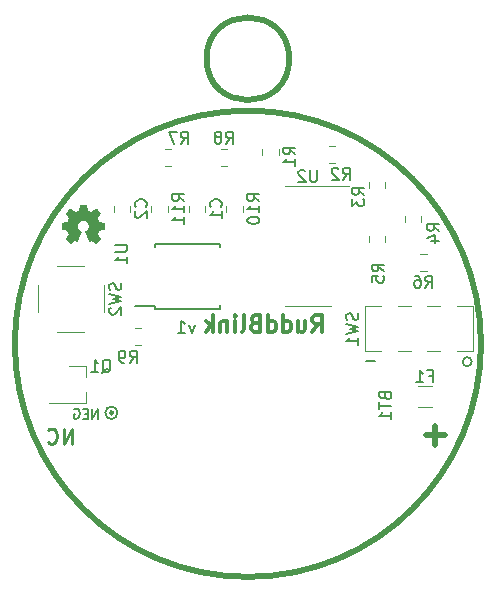
<source format=gbo>
G04 #@! TF.GenerationSoftware,KiCad,Pcbnew,(5.1.5)-3*
G04 #@! TF.CreationDate,2019-12-29T19:03:19-08:00*
G04 #@! TF.ProjectId,ruddblink,72756464-626c-4696-9e6b-2e6b69636164,A*
G04 #@! TF.SameCoordinates,Original*
G04 #@! TF.FileFunction,Legend,Bot*
G04 #@! TF.FilePolarity,Positive*
%FSLAX46Y46*%
G04 Gerber Fmt 4.6, Leading zero omitted, Abs format (unit mm)*
G04 Created by KiCad (PCBNEW (5.1.5)-3) date 2019-12-29 19:03:19*
%MOMM*%
%LPD*%
G04 APERTURE LIST*
%ADD10C,0.150000*%
%ADD11C,0.203200*%
%ADD12C,0.254000*%
%ADD13C,0.508000*%
%ADD14C,0.152400*%
%ADD15C,0.304800*%
%ADD16C,0.010000*%
%ADD17C,0.120000*%
G04 APERTURE END LIST*
D10*
X161183609Y-115824000D02*
G75*
G03X161183609Y-115824000I-381000J0D01*
G01*
D11*
X153041047Y-115769571D02*
X152266952Y-115769571D01*
D12*
X130810000Y-120142000D02*
G75*
G03X130810000Y-120142000I-127000J0D01*
G01*
D10*
X131206634Y-120142000D02*
G75*
G03X131206634Y-120142000I-523634J0D01*
G01*
D13*
X161975800Y-114300000D02*
G75*
G03X161975800Y-114300000I-19735800J0D01*
G01*
X145740000Y-90170000D02*
G75*
G03X145740000Y-90170000I-3500000J0D01*
G01*
D12*
X127362857Y-122748523D02*
X127362857Y-121478523D01*
X126637142Y-122748523D01*
X126637142Y-121478523D01*
X125306666Y-122627571D02*
X125367142Y-122688047D01*
X125548571Y-122748523D01*
X125669523Y-122748523D01*
X125850952Y-122688047D01*
X125971904Y-122567095D01*
X126032380Y-122446142D01*
X126092857Y-122204238D01*
X126092857Y-122022809D01*
X126032380Y-121780904D01*
X125971904Y-121659952D01*
X125850952Y-121539000D01*
X125669523Y-121478523D01*
X125548571Y-121478523D01*
X125367142Y-121539000D01*
X125306666Y-121599476D01*
D14*
X137723154Y-112672585D02*
X137481249Y-113349919D01*
X137239344Y-112672585D01*
X136320106Y-113349919D02*
X136900678Y-113349919D01*
X136610392Y-113349919D02*
X136610392Y-112333919D01*
X136707154Y-112479061D01*
X136803916Y-112575823D01*
X136900678Y-112624204D01*
D15*
X147694952Y-113280976D02*
X148160619Y-112615738D01*
X148493238Y-113280976D02*
X148493238Y-111883976D01*
X147961047Y-111883976D01*
X147828000Y-111950500D01*
X147761476Y-112017023D01*
X147694952Y-112150071D01*
X147694952Y-112349642D01*
X147761476Y-112482690D01*
X147828000Y-112549214D01*
X147961047Y-112615738D01*
X148493238Y-112615738D01*
X146497523Y-112349642D02*
X146497523Y-113280976D01*
X147096238Y-112349642D02*
X147096238Y-113081404D01*
X147029714Y-113214452D01*
X146896666Y-113280976D01*
X146697095Y-113280976D01*
X146564047Y-113214452D01*
X146497523Y-113147928D01*
X145233571Y-113280976D02*
X145233571Y-111883976D01*
X145233571Y-113214452D02*
X145366619Y-113280976D01*
X145632714Y-113280976D01*
X145765761Y-113214452D01*
X145832285Y-113147928D01*
X145898809Y-113014880D01*
X145898809Y-112615738D01*
X145832285Y-112482690D01*
X145765761Y-112416166D01*
X145632714Y-112349642D01*
X145366619Y-112349642D01*
X145233571Y-112416166D01*
X143969619Y-113280976D02*
X143969619Y-111883976D01*
X143969619Y-113214452D02*
X144102666Y-113280976D01*
X144368761Y-113280976D01*
X144501809Y-113214452D01*
X144568333Y-113147928D01*
X144634857Y-113014880D01*
X144634857Y-112615738D01*
X144568333Y-112482690D01*
X144501809Y-112416166D01*
X144368761Y-112349642D01*
X144102666Y-112349642D01*
X143969619Y-112416166D01*
X142838714Y-112549214D02*
X142639142Y-112615738D01*
X142572619Y-112682261D01*
X142506095Y-112815309D01*
X142506095Y-113014880D01*
X142572619Y-113147928D01*
X142639142Y-113214452D01*
X142772190Y-113280976D01*
X143304380Y-113280976D01*
X143304380Y-111883976D01*
X142838714Y-111883976D01*
X142705666Y-111950500D01*
X142639142Y-112017023D01*
X142572619Y-112150071D01*
X142572619Y-112283119D01*
X142639142Y-112416166D01*
X142705666Y-112482690D01*
X142838714Y-112549214D01*
X143304380Y-112549214D01*
X141707809Y-113280976D02*
X141840857Y-113214452D01*
X141907380Y-113081404D01*
X141907380Y-111883976D01*
X141175619Y-113280976D02*
X141175619Y-112349642D01*
X141175619Y-111883976D02*
X141242142Y-111950500D01*
X141175619Y-112017023D01*
X141109095Y-111950500D01*
X141175619Y-111883976D01*
X141175619Y-112017023D01*
X140510380Y-112349642D02*
X140510380Y-113280976D01*
X140510380Y-112482690D02*
X140443857Y-112416166D01*
X140310809Y-112349642D01*
X140111238Y-112349642D01*
X139978190Y-112416166D01*
X139911666Y-112549214D01*
X139911666Y-113280976D01*
X139246428Y-113280976D02*
X139246428Y-111883976D01*
X139113380Y-112748785D02*
X138714238Y-113280976D01*
X138714238Y-112349642D02*
X139246428Y-112881833D01*
D14*
X129530323Y-120636695D02*
X129530323Y-119823895D01*
X129065866Y-120636695D01*
X129065866Y-119823895D01*
X128678819Y-120210942D02*
X128407885Y-120210942D01*
X128291771Y-120636695D02*
X128678819Y-120636695D01*
X128678819Y-119823895D01*
X128291771Y-119823895D01*
X127517676Y-119862600D02*
X127595085Y-119823895D01*
X127711200Y-119823895D01*
X127827314Y-119862600D01*
X127904723Y-119940009D01*
X127943428Y-120017419D01*
X127982133Y-120172238D01*
X127982133Y-120288352D01*
X127943428Y-120443171D01*
X127904723Y-120520580D01*
X127827314Y-120597990D01*
X127711200Y-120636695D01*
X127633790Y-120636695D01*
X127517676Y-120597990D01*
X127478971Y-120559285D01*
X127478971Y-120288352D01*
X127633790Y-120288352D01*
D13*
X158889095Y-122065142D02*
X157340904Y-122065142D01*
X158115000Y-122839238D02*
X158115000Y-121291047D01*
D16*
G36*
X128022346Y-102535037D02*
G01*
X128019815Y-102544444D01*
X128015325Y-102564830D01*
X128009178Y-102594679D01*
X128001676Y-102632473D01*
X127993121Y-102676694D01*
X127983814Y-102725825D01*
X127974933Y-102773590D01*
X127965231Y-102825666D01*
X127956020Y-102874031D01*
X127947597Y-102917204D01*
X127940261Y-102953700D01*
X127934308Y-102982036D01*
X127930037Y-103000729D01*
X127927843Y-103008147D01*
X127920734Y-103013002D01*
X127903647Y-103021689D01*
X127878437Y-103033432D01*
X127846964Y-103047458D01*
X127811082Y-103062991D01*
X127772649Y-103079258D01*
X127733523Y-103095484D01*
X127695559Y-103110895D01*
X127660616Y-103124717D01*
X127630549Y-103136174D01*
X127607216Y-103144493D01*
X127592473Y-103148900D01*
X127589133Y-103149400D01*
X127581223Y-103145898D01*
X127564143Y-103135930D01*
X127539135Y-103120298D01*
X127507440Y-103099807D01*
X127470302Y-103075259D01*
X127428962Y-103047459D01*
X127384663Y-103017209D01*
X127382977Y-103016050D01*
X127338537Y-102985710D01*
X127296950Y-102957792D01*
X127259470Y-102933102D01*
X127227348Y-102912443D01*
X127201835Y-102896620D01*
X127184184Y-102886439D01*
X127175647Y-102882704D01*
X127175534Y-102882700D01*
X127167306Y-102887127D01*
X127151640Y-102899578D01*
X127129778Y-102918808D01*
X127102963Y-102943571D01*
X127072436Y-102972623D01*
X127039441Y-103004716D01*
X127005221Y-103038607D01*
X126971017Y-103073050D01*
X126938073Y-103106799D01*
X126907631Y-103138609D01*
X126880934Y-103167234D01*
X126859224Y-103191430D01*
X126843744Y-103209950D01*
X126835737Y-103221550D01*
X126834900Y-103224097D01*
X126838433Y-103232726D01*
X126848553Y-103250619D01*
X126864542Y-103276652D01*
X126885685Y-103309700D01*
X126911264Y-103348638D01*
X126940563Y-103392340D01*
X126965076Y-103428340D01*
X126995000Y-103472376D01*
X127022500Y-103513554D01*
X127046764Y-103550605D01*
X127066983Y-103582260D01*
X127082343Y-103607248D01*
X127092034Y-103624302D01*
X127095250Y-103632025D01*
X127092816Y-103641266D01*
X127085943Y-103660515D01*
X127075276Y-103688145D01*
X127061459Y-103722527D01*
X127045138Y-103762032D01*
X127026958Y-103805030D01*
X127024447Y-103810895D01*
X127001484Y-103863898D01*
X126982714Y-103905923D01*
X126967716Y-103937825D01*
X126956069Y-103960460D01*
X126947352Y-103974681D01*
X126941144Y-103981345D01*
X126940309Y-103981787D01*
X126931117Y-103984255D01*
X126910948Y-103988701D01*
X126881323Y-103994820D01*
X126843758Y-104002311D01*
X126799772Y-104010868D01*
X126750884Y-104020190D01*
X126705151Y-104028759D01*
X126648445Y-104039494D01*
X126597991Y-104049434D01*
X126554910Y-104058338D01*
X126520326Y-104065960D01*
X126495359Y-104072059D01*
X126481131Y-104076390D01*
X126478236Y-104078005D01*
X126477078Y-104085988D01*
X126476008Y-104105211D01*
X126475055Y-104134216D01*
X126474252Y-104171544D01*
X126473629Y-104215735D01*
X126473218Y-104265329D01*
X126473049Y-104318869D01*
X126473048Y-104321784D01*
X126473118Y-104386150D01*
X126473408Y-104438809D01*
X126473952Y-104480756D01*
X126474780Y-104512982D01*
X126475926Y-104536481D01*
X126477421Y-104552245D01*
X126479299Y-104561267D01*
X126480959Y-104564191D01*
X126488880Y-104566861D01*
X126507825Y-104571481D01*
X126536320Y-104577745D01*
X126572888Y-104585345D01*
X126616058Y-104593975D01*
X126664354Y-104603326D01*
X126710305Y-104611979D01*
X126766069Y-104622541D01*
X126816190Y-104632422D01*
X126859448Y-104641359D01*
X126894620Y-104649086D01*
X126920487Y-104655338D01*
X126935826Y-104659850D01*
X126939527Y-104661673D01*
X126944409Y-104670333D01*
X126952991Y-104689027D01*
X126964542Y-104715896D01*
X126978329Y-104749083D01*
X126993622Y-104786729D01*
X127009688Y-104826978D01*
X127025796Y-104867971D01*
X127041214Y-104907850D01*
X127055210Y-104944758D01*
X127067053Y-104976836D01*
X127076012Y-105002227D01*
X127081354Y-105019073D01*
X127082550Y-105024843D01*
X127078956Y-105034107D01*
X127068575Y-105052748D01*
X127052009Y-105079813D01*
X127029860Y-105114351D01*
X127002730Y-105155410D01*
X126971220Y-105202036D01*
X126962115Y-105215347D01*
X126933090Y-105257761D01*
X126906154Y-105297286D01*
X126882206Y-105332590D01*
X126862148Y-105362337D01*
X126846880Y-105385192D01*
X126837304Y-105399823D01*
X126834511Y-105404377D01*
X126833274Y-105408427D01*
X126834145Y-105413603D01*
X126837918Y-105420804D01*
X126845388Y-105430927D01*
X126857350Y-105444868D01*
X126874600Y-105463526D01*
X126897931Y-105487796D01*
X126928139Y-105518577D01*
X126966020Y-105556765D01*
X126997652Y-105588511D01*
X127036066Y-105626798D01*
X127071903Y-105662091D01*
X127104131Y-105693404D01*
X127131717Y-105719753D01*
X127153629Y-105740152D01*
X127168834Y-105753616D01*
X127176298Y-105759161D01*
X127176667Y-105759250D01*
X127183784Y-105755763D01*
X127200063Y-105745855D01*
X127224237Y-105730358D01*
X127255041Y-105710102D01*
X127291209Y-105685917D01*
X127331475Y-105658634D01*
X127365366Y-105635424D01*
X127408075Y-105606255D01*
X127447791Y-105579532D01*
X127483230Y-105556089D01*
X127513110Y-105536758D01*
X127536146Y-105522373D01*
X127551055Y-105513766D01*
X127556227Y-105511600D01*
X127565432Y-105514455D01*
X127583552Y-105522320D01*
X127608339Y-105534143D01*
X127637548Y-105548872D01*
X127652553Y-105556704D01*
X127686119Y-105574176D01*
X127710345Y-105586070D01*
X127726949Y-105593055D01*
X127737648Y-105595797D01*
X127744162Y-105594963D01*
X127746588Y-105593216D01*
X127750448Y-105585983D01*
X127758600Y-105568185D01*
X127770548Y-105541019D01*
X127785793Y-105505684D01*
X127803839Y-105463377D01*
X127824189Y-105415296D01*
X127846346Y-105362638D01*
X127869813Y-105306601D01*
X127894093Y-105248383D01*
X127918688Y-105189181D01*
X127943103Y-105130193D01*
X127966839Y-105072616D01*
X127989401Y-105017649D01*
X128010290Y-104966488D01*
X128029009Y-104920332D01*
X128045063Y-104880378D01*
X128057953Y-104847823D01*
X128067184Y-104823866D01*
X128072257Y-104809704D01*
X128073098Y-104806434D01*
X128068173Y-104798957D01*
X128054817Y-104786443D01*
X128035227Y-104770809D01*
X128017588Y-104758064D01*
X127962523Y-104717329D01*
X127917463Y-104677856D01*
X127880242Y-104637278D01*
X127848697Y-104593226D01*
X127820661Y-104543333D01*
X127819965Y-104541949D01*
X127798437Y-104493207D01*
X127783863Y-104445280D01*
X127775386Y-104394206D01*
X127772146Y-104336025D01*
X127772051Y-104320975D01*
X127773336Y-104269986D01*
X127777644Y-104227328D01*
X127785891Y-104188807D01*
X127798996Y-104150230D01*
X127817875Y-104107402D01*
X127819513Y-104103977D01*
X127859248Y-104035506D01*
X127908529Y-103975234D01*
X127966735Y-103923790D01*
X128033243Y-103881805D01*
X128044575Y-103876026D01*
X128105913Y-103849501D01*
X128164882Y-103832525D01*
X128226057Y-103824011D01*
X128270000Y-103822500D01*
X128348938Y-103828578D01*
X128424434Y-103846356D01*
X128495389Y-103875145D01*
X128560699Y-103914255D01*
X128619262Y-103963000D01*
X128669978Y-104020689D01*
X128711744Y-104086635D01*
X128720488Y-104103977D01*
X128739827Y-104147282D01*
X128753324Y-104186028D01*
X128761897Y-104224411D01*
X128766462Y-104266622D01*
X128767938Y-104316857D01*
X128767950Y-104320975D01*
X128765810Y-104381388D01*
X128758634Y-104433768D01*
X128745562Y-104482076D01*
X128725736Y-104530273D01*
X128720036Y-104541949D01*
X128688420Y-104597598D01*
X128652026Y-104646588D01*
X128608664Y-104691309D01*
X128556146Y-104734149D01*
X128522046Y-104758126D01*
X128497188Y-104775823D01*
X128478720Y-104790973D01*
X128468429Y-104802030D01*
X128466903Y-104805751D01*
X128469304Y-104813690D01*
X128476155Y-104832127D01*
X128486958Y-104859862D01*
X128501215Y-104895697D01*
X128518432Y-104938435D01*
X128538109Y-104986877D01*
X128559751Y-105039824D01*
X128582861Y-105096078D01*
X128606941Y-105154442D01*
X128631495Y-105213716D01*
X128656025Y-105272703D01*
X128680035Y-105330204D01*
X128703028Y-105385020D01*
X128724507Y-105435955D01*
X128743975Y-105481809D01*
X128760934Y-105521384D01*
X128774889Y-105553482D01*
X128785342Y-105576904D01*
X128791797Y-105590453D01*
X128793509Y-105593313D01*
X128798538Y-105595995D01*
X128806641Y-105595370D01*
X128819627Y-105590737D01*
X128839305Y-105581397D01*
X128867485Y-105566649D01*
X128880578Y-105559600D01*
X128910424Y-105543846D01*
X128937577Y-105530223D01*
X128959463Y-105519974D01*
X128973509Y-105514338D01*
X128975586Y-105513776D01*
X128981655Y-105513876D01*
X128990500Y-105516675D01*
X129003171Y-105522816D01*
X129020716Y-105532941D01*
X129044181Y-105547690D01*
X129074617Y-105567707D01*
X129113070Y-105593632D01*
X129160589Y-105626108D01*
X129173245Y-105634801D01*
X129215995Y-105664015D01*
X129255654Y-105690791D01*
X129290961Y-105714300D01*
X129320650Y-105733715D01*
X129343460Y-105748208D01*
X129358126Y-105756951D01*
X129363167Y-105759250D01*
X129369503Y-105754892D01*
X129383722Y-105742476D01*
X129404789Y-105722987D01*
X129431672Y-105697409D01*
X129463335Y-105666729D01*
X129498744Y-105631931D01*
X129536867Y-105594001D01*
X129542349Y-105588511D01*
X129586095Y-105544581D01*
X129621610Y-105508690D01*
X129649691Y-105479939D01*
X129671130Y-105457431D01*
X129686725Y-105440270D01*
X129697268Y-105427558D01*
X129703556Y-105418398D01*
X129706382Y-105411893D01*
X129706543Y-105407145D01*
X129705490Y-105404377D01*
X129700268Y-105396058D01*
X129688746Y-105378612D01*
X129671825Y-105353373D01*
X129650406Y-105321677D01*
X129625389Y-105284857D01*
X129597676Y-105244248D01*
X129577886Y-105215347D01*
X129545306Y-105167391D01*
X129516944Y-105124748D01*
X129493402Y-105088370D01*
X129475281Y-105059210D01*
X129463185Y-105038219D01*
X129457714Y-105026351D01*
X129457450Y-105024843D01*
X129459766Y-105015204D01*
X129466223Y-104995696D01*
X129476090Y-104968177D01*
X129488634Y-104934506D01*
X129503125Y-104896539D01*
X129518828Y-104856135D01*
X129535013Y-104815154D01*
X129550947Y-104775451D01*
X129565897Y-104738887D01*
X129579133Y-104707318D01*
X129589921Y-104682604D01*
X129597529Y-104666602D01*
X129600601Y-104661545D01*
X129608844Y-104658161D01*
X129628481Y-104652876D01*
X129658387Y-104645935D01*
X129697439Y-104637581D01*
X129744512Y-104628060D01*
X129798483Y-104617616D01*
X129829894Y-104611716D01*
X129881492Y-104601983D01*
X129929269Y-104592706D01*
X129971750Y-104584192D01*
X130007463Y-104576747D01*
X130034932Y-104570678D01*
X130052685Y-104566291D01*
X130059113Y-104564055D01*
X130061282Y-104559329D01*
X130063048Y-104548409D01*
X130064442Y-104530320D01*
X130065495Y-104504088D01*
X130066239Y-104468740D01*
X130066706Y-104423300D01*
X130066927Y-104366795D01*
X130066953Y-104321784D01*
X130066796Y-104268071D01*
X130066392Y-104218221D01*
X130065772Y-104173694D01*
X130064967Y-104135949D01*
X130064010Y-104106448D01*
X130062931Y-104086650D01*
X130061762Y-104078014D01*
X130061698Y-104077897D01*
X130054177Y-104074627D01*
X130035144Y-104069465D01*
X130005611Y-104062630D01*
X129966590Y-104054339D01*
X129919091Y-104044813D01*
X129864126Y-104034270D01*
X129834783Y-104028801D01*
X129782845Y-104019111D01*
X129734479Y-104009908D01*
X129691204Y-104001493D01*
X129654539Y-103994170D01*
X129626002Y-103988241D01*
X129607113Y-103984010D01*
X129599692Y-103981937D01*
X129593801Y-103976301D01*
X129585388Y-103963057D01*
X129574045Y-103941376D01*
X129559365Y-103910433D01*
X129540941Y-103869400D01*
X129518367Y-103817450D01*
X129515554Y-103810895D01*
X129497174Y-103767545D01*
X129480568Y-103727463D01*
X129466382Y-103692280D01*
X129455262Y-103663626D01*
X129447851Y-103643134D01*
X129444794Y-103632433D01*
X129444750Y-103631840D01*
X129448252Y-103623513D01*
X129458223Y-103606027D01*
X129473862Y-103580633D01*
X129494368Y-103548585D01*
X129518941Y-103511136D01*
X129546779Y-103469539D01*
X129574925Y-103428188D01*
X129607156Y-103380815D01*
X129635969Y-103337691D01*
X129660677Y-103299889D01*
X129680597Y-103268485D01*
X129695043Y-103244551D01*
X129703330Y-103229162D01*
X129705101Y-103224039D01*
X129700681Y-103215782D01*
X129688253Y-103200072D01*
X129669058Y-103178155D01*
X129644340Y-103151277D01*
X129615342Y-103120682D01*
X129583307Y-103087615D01*
X129549479Y-103053322D01*
X129515099Y-103019048D01*
X129481412Y-102986038D01*
X129449660Y-102955537D01*
X129421087Y-102928791D01*
X129396936Y-102907044D01*
X129378450Y-102891543D01*
X129366871Y-102883531D01*
X129364335Y-102882700D01*
X129356136Y-102886200D01*
X129338774Y-102896165D01*
X129313500Y-102911792D01*
X129281565Y-102932278D01*
X129244222Y-102956819D01*
X129202721Y-102984613D01*
X129158314Y-103014855D01*
X129156575Y-103016050D01*
X129105871Y-103050608D01*
X129060655Y-103080877D01*
X129021795Y-103106301D01*
X128990159Y-103126326D01*
X128966616Y-103140399D01*
X128952034Y-103147964D01*
X128948021Y-103149152D01*
X128937295Y-103146654D01*
X128917225Y-103139870D01*
X128889678Y-103129585D01*
X128856521Y-103116584D01*
X128819618Y-103101652D01*
X128780837Y-103085574D01*
X128742042Y-103069135D01*
X128705101Y-103053121D01*
X128671878Y-103038317D01*
X128644241Y-103025507D01*
X128624055Y-103015476D01*
X128613185Y-103009011D01*
X128611934Y-103007747D01*
X128609464Y-102999250D01*
X128605044Y-102979740D01*
X128598972Y-102950703D01*
X128591547Y-102913624D01*
X128583065Y-102869990D01*
X128573826Y-102821287D01*
X128564918Y-102773305D01*
X128555221Y-102721053D01*
X128545998Y-102672327D01*
X128537550Y-102628648D01*
X128530179Y-102591535D01*
X128524186Y-102562505D01*
X128519872Y-102543078D01*
X128517664Y-102535037D01*
X128511573Y-102520750D01*
X128028428Y-102520750D01*
X128022346Y-102535037D01*
G37*
X128022346Y-102535037D02*
X128019815Y-102544444D01*
X128015325Y-102564830D01*
X128009178Y-102594679D01*
X128001676Y-102632473D01*
X127993121Y-102676694D01*
X127983814Y-102725825D01*
X127974933Y-102773590D01*
X127965231Y-102825666D01*
X127956020Y-102874031D01*
X127947597Y-102917204D01*
X127940261Y-102953700D01*
X127934308Y-102982036D01*
X127930037Y-103000729D01*
X127927843Y-103008147D01*
X127920734Y-103013002D01*
X127903647Y-103021689D01*
X127878437Y-103033432D01*
X127846964Y-103047458D01*
X127811082Y-103062991D01*
X127772649Y-103079258D01*
X127733523Y-103095484D01*
X127695559Y-103110895D01*
X127660616Y-103124717D01*
X127630549Y-103136174D01*
X127607216Y-103144493D01*
X127592473Y-103148900D01*
X127589133Y-103149400D01*
X127581223Y-103145898D01*
X127564143Y-103135930D01*
X127539135Y-103120298D01*
X127507440Y-103099807D01*
X127470302Y-103075259D01*
X127428962Y-103047459D01*
X127384663Y-103017209D01*
X127382977Y-103016050D01*
X127338537Y-102985710D01*
X127296950Y-102957792D01*
X127259470Y-102933102D01*
X127227348Y-102912443D01*
X127201835Y-102896620D01*
X127184184Y-102886439D01*
X127175647Y-102882704D01*
X127175534Y-102882700D01*
X127167306Y-102887127D01*
X127151640Y-102899578D01*
X127129778Y-102918808D01*
X127102963Y-102943571D01*
X127072436Y-102972623D01*
X127039441Y-103004716D01*
X127005221Y-103038607D01*
X126971017Y-103073050D01*
X126938073Y-103106799D01*
X126907631Y-103138609D01*
X126880934Y-103167234D01*
X126859224Y-103191430D01*
X126843744Y-103209950D01*
X126835737Y-103221550D01*
X126834900Y-103224097D01*
X126838433Y-103232726D01*
X126848553Y-103250619D01*
X126864542Y-103276652D01*
X126885685Y-103309700D01*
X126911264Y-103348638D01*
X126940563Y-103392340D01*
X126965076Y-103428340D01*
X126995000Y-103472376D01*
X127022500Y-103513554D01*
X127046764Y-103550605D01*
X127066983Y-103582260D01*
X127082343Y-103607248D01*
X127092034Y-103624302D01*
X127095250Y-103632025D01*
X127092816Y-103641266D01*
X127085943Y-103660515D01*
X127075276Y-103688145D01*
X127061459Y-103722527D01*
X127045138Y-103762032D01*
X127026958Y-103805030D01*
X127024447Y-103810895D01*
X127001484Y-103863898D01*
X126982714Y-103905923D01*
X126967716Y-103937825D01*
X126956069Y-103960460D01*
X126947352Y-103974681D01*
X126941144Y-103981345D01*
X126940309Y-103981787D01*
X126931117Y-103984255D01*
X126910948Y-103988701D01*
X126881323Y-103994820D01*
X126843758Y-104002311D01*
X126799772Y-104010868D01*
X126750884Y-104020190D01*
X126705151Y-104028759D01*
X126648445Y-104039494D01*
X126597991Y-104049434D01*
X126554910Y-104058338D01*
X126520326Y-104065960D01*
X126495359Y-104072059D01*
X126481131Y-104076390D01*
X126478236Y-104078005D01*
X126477078Y-104085988D01*
X126476008Y-104105211D01*
X126475055Y-104134216D01*
X126474252Y-104171544D01*
X126473629Y-104215735D01*
X126473218Y-104265329D01*
X126473049Y-104318869D01*
X126473048Y-104321784D01*
X126473118Y-104386150D01*
X126473408Y-104438809D01*
X126473952Y-104480756D01*
X126474780Y-104512982D01*
X126475926Y-104536481D01*
X126477421Y-104552245D01*
X126479299Y-104561267D01*
X126480959Y-104564191D01*
X126488880Y-104566861D01*
X126507825Y-104571481D01*
X126536320Y-104577745D01*
X126572888Y-104585345D01*
X126616058Y-104593975D01*
X126664354Y-104603326D01*
X126710305Y-104611979D01*
X126766069Y-104622541D01*
X126816190Y-104632422D01*
X126859448Y-104641359D01*
X126894620Y-104649086D01*
X126920487Y-104655338D01*
X126935826Y-104659850D01*
X126939527Y-104661673D01*
X126944409Y-104670333D01*
X126952991Y-104689027D01*
X126964542Y-104715896D01*
X126978329Y-104749083D01*
X126993622Y-104786729D01*
X127009688Y-104826978D01*
X127025796Y-104867971D01*
X127041214Y-104907850D01*
X127055210Y-104944758D01*
X127067053Y-104976836D01*
X127076012Y-105002227D01*
X127081354Y-105019073D01*
X127082550Y-105024843D01*
X127078956Y-105034107D01*
X127068575Y-105052748D01*
X127052009Y-105079813D01*
X127029860Y-105114351D01*
X127002730Y-105155410D01*
X126971220Y-105202036D01*
X126962115Y-105215347D01*
X126933090Y-105257761D01*
X126906154Y-105297286D01*
X126882206Y-105332590D01*
X126862148Y-105362337D01*
X126846880Y-105385192D01*
X126837304Y-105399823D01*
X126834511Y-105404377D01*
X126833274Y-105408427D01*
X126834145Y-105413603D01*
X126837918Y-105420804D01*
X126845388Y-105430927D01*
X126857350Y-105444868D01*
X126874600Y-105463526D01*
X126897931Y-105487796D01*
X126928139Y-105518577D01*
X126966020Y-105556765D01*
X126997652Y-105588511D01*
X127036066Y-105626798D01*
X127071903Y-105662091D01*
X127104131Y-105693404D01*
X127131717Y-105719753D01*
X127153629Y-105740152D01*
X127168834Y-105753616D01*
X127176298Y-105759161D01*
X127176667Y-105759250D01*
X127183784Y-105755763D01*
X127200063Y-105745855D01*
X127224237Y-105730358D01*
X127255041Y-105710102D01*
X127291209Y-105685917D01*
X127331475Y-105658634D01*
X127365366Y-105635424D01*
X127408075Y-105606255D01*
X127447791Y-105579532D01*
X127483230Y-105556089D01*
X127513110Y-105536758D01*
X127536146Y-105522373D01*
X127551055Y-105513766D01*
X127556227Y-105511600D01*
X127565432Y-105514455D01*
X127583552Y-105522320D01*
X127608339Y-105534143D01*
X127637548Y-105548872D01*
X127652553Y-105556704D01*
X127686119Y-105574176D01*
X127710345Y-105586070D01*
X127726949Y-105593055D01*
X127737648Y-105595797D01*
X127744162Y-105594963D01*
X127746588Y-105593216D01*
X127750448Y-105585983D01*
X127758600Y-105568185D01*
X127770548Y-105541019D01*
X127785793Y-105505684D01*
X127803839Y-105463377D01*
X127824189Y-105415296D01*
X127846346Y-105362638D01*
X127869813Y-105306601D01*
X127894093Y-105248383D01*
X127918688Y-105189181D01*
X127943103Y-105130193D01*
X127966839Y-105072616D01*
X127989401Y-105017649D01*
X128010290Y-104966488D01*
X128029009Y-104920332D01*
X128045063Y-104880378D01*
X128057953Y-104847823D01*
X128067184Y-104823866D01*
X128072257Y-104809704D01*
X128073098Y-104806434D01*
X128068173Y-104798957D01*
X128054817Y-104786443D01*
X128035227Y-104770809D01*
X128017588Y-104758064D01*
X127962523Y-104717329D01*
X127917463Y-104677856D01*
X127880242Y-104637278D01*
X127848697Y-104593226D01*
X127820661Y-104543333D01*
X127819965Y-104541949D01*
X127798437Y-104493207D01*
X127783863Y-104445280D01*
X127775386Y-104394206D01*
X127772146Y-104336025D01*
X127772051Y-104320975D01*
X127773336Y-104269986D01*
X127777644Y-104227328D01*
X127785891Y-104188807D01*
X127798996Y-104150230D01*
X127817875Y-104107402D01*
X127819513Y-104103977D01*
X127859248Y-104035506D01*
X127908529Y-103975234D01*
X127966735Y-103923790D01*
X128033243Y-103881805D01*
X128044575Y-103876026D01*
X128105913Y-103849501D01*
X128164882Y-103832525D01*
X128226057Y-103824011D01*
X128270000Y-103822500D01*
X128348938Y-103828578D01*
X128424434Y-103846356D01*
X128495389Y-103875145D01*
X128560699Y-103914255D01*
X128619262Y-103963000D01*
X128669978Y-104020689D01*
X128711744Y-104086635D01*
X128720488Y-104103977D01*
X128739827Y-104147282D01*
X128753324Y-104186028D01*
X128761897Y-104224411D01*
X128766462Y-104266622D01*
X128767938Y-104316857D01*
X128767950Y-104320975D01*
X128765810Y-104381388D01*
X128758634Y-104433768D01*
X128745562Y-104482076D01*
X128725736Y-104530273D01*
X128720036Y-104541949D01*
X128688420Y-104597598D01*
X128652026Y-104646588D01*
X128608664Y-104691309D01*
X128556146Y-104734149D01*
X128522046Y-104758126D01*
X128497188Y-104775823D01*
X128478720Y-104790973D01*
X128468429Y-104802030D01*
X128466903Y-104805751D01*
X128469304Y-104813690D01*
X128476155Y-104832127D01*
X128486958Y-104859862D01*
X128501215Y-104895697D01*
X128518432Y-104938435D01*
X128538109Y-104986877D01*
X128559751Y-105039824D01*
X128582861Y-105096078D01*
X128606941Y-105154442D01*
X128631495Y-105213716D01*
X128656025Y-105272703D01*
X128680035Y-105330204D01*
X128703028Y-105385020D01*
X128724507Y-105435955D01*
X128743975Y-105481809D01*
X128760934Y-105521384D01*
X128774889Y-105553482D01*
X128785342Y-105576904D01*
X128791797Y-105590453D01*
X128793509Y-105593313D01*
X128798538Y-105595995D01*
X128806641Y-105595370D01*
X128819627Y-105590737D01*
X128839305Y-105581397D01*
X128867485Y-105566649D01*
X128880578Y-105559600D01*
X128910424Y-105543846D01*
X128937577Y-105530223D01*
X128959463Y-105519974D01*
X128973509Y-105514338D01*
X128975586Y-105513776D01*
X128981655Y-105513876D01*
X128990500Y-105516675D01*
X129003171Y-105522816D01*
X129020716Y-105532941D01*
X129044181Y-105547690D01*
X129074617Y-105567707D01*
X129113070Y-105593632D01*
X129160589Y-105626108D01*
X129173245Y-105634801D01*
X129215995Y-105664015D01*
X129255654Y-105690791D01*
X129290961Y-105714300D01*
X129320650Y-105733715D01*
X129343460Y-105748208D01*
X129358126Y-105756951D01*
X129363167Y-105759250D01*
X129369503Y-105754892D01*
X129383722Y-105742476D01*
X129404789Y-105722987D01*
X129431672Y-105697409D01*
X129463335Y-105666729D01*
X129498744Y-105631931D01*
X129536867Y-105594001D01*
X129542349Y-105588511D01*
X129586095Y-105544581D01*
X129621610Y-105508690D01*
X129649691Y-105479939D01*
X129671130Y-105457431D01*
X129686725Y-105440270D01*
X129697268Y-105427558D01*
X129703556Y-105418398D01*
X129706382Y-105411893D01*
X129706543Y-105407145D01*
X129705490Y-105404377D01*
X129700268Y-105396058D01*
X129688746Y-105378612D01*
X129671825Y-105353373D01*
X129650406Y-105321677D01*
X129625389Y-105284857D01*
X129597676Y-105244248D01*
X129577886Y-105215347D01*
X129545306Y-105167391D01*
X129516944Y-105124748D01*
X129493402Y-105088370D01*
X129475281Y-105059210D01*
X129463185Y-105038219D01*
X129457714Y-105026351D01*
X129457450Y-105024843D01*
X129459766Y-105015204D01*
X129466223Y-104995696D01*
X129476090Y-104968177D01*
X129488634Y-104934506D01*
X129503125Y-104896539D01*
X129518828Y-104856135D01*
X129535013Y-104815154D01*
X129550947Y-104775451D01*
X129565897Y-104738887D01*
X129579133Y-104707318D01*
X129589921Y-104682604D01*
X129597529Y-104666602D01*
X129600601Y-104661545D01*
X129608844Y-104658161D01*
X129628481Y-104652876D01*
X129658387Y-104645935D01*
X129697439Y-104637581D01*
X129744512Y-104628060D01*
X129798483Y-104617616D01*
X129829894Y-104611716D01*
X129881492Y-104601983D01*
X129929269Y-104592706D01*
X129971750Y-104584192D01*
X130007463Y-104576747D01*
X130034932Y-104570678D01*
X130052685Y-104566291D01*
X130059113Y-104564055D01*
X130061282Y-104559329D01*
X130063048Y-104548409D01*
X130064442Y-104530320D01*
X130065495Y-104504088D01*
X130066239Y-104468740D01*
X130066706Y-104423300D01*
X130066927Y-104366795D01*
X130066953Y-104321784D01*
X130066796Y-104268071D01*
X130066392Y-104218221D01*
X130065772Y-104173694D01*
X130064967Y-104135949D01*
X130064010Y-104106448D01*
X130062931Y-104086650D01*
X130061762Y-104078014D01*
X130061698Y-104077897D01*
X130054177Y-104074627D01*
X130035144Y-104069465D01*
X130005611Y-104062630D01*
X129966590Y-104054339D01*
X129919091Y-104044813D01*
X129864126Y-104034270D01*
X129834783Y-104028801D01*
X129782845Y-104019111D01*
X129734479Y-104009908D01*
X129691204Y-104001493D01*
X129654539Y-103994170D01*
X129626002Y-103988241D01*
X129607113Y-103984010D01*
X129599692Y-103981937D01*
X129593801Y-103976301D01*
X129585388Y-103963057D01*
X129574045Y-103941376D01*
X129559365Y-103910433D01*
X129540941Y-103869400D01*
X129518367Y-103817450D01*
X129515554Y-103810895D01*
X129497174Y-103767545D01*
X129480568Y-103727463D01*
X129466382Y-103692280D01*
X129455262Y-103663626D01*
X129447851Y-103643134D01*
X129444794Y-103632433D01*
X129444750Y-103631840D01*
X129448252Y-103623513D01*
X129458223Y-103606027D01*
X129473862Y-103580633D01*
X129494368Y-103548585D01*
X129518941Y-103511136D01*
X129546779Y-103469539D01*
X129574925Y-103428188D01*
X129607156Y-103380815D01*
X129635969Y-103337691D01*
X129660677Y-103299889D01*
X129680597Y-103268485D01*
X129695043Y-103244551D01*
X129703330Y-103229162D01*
X129705101Y-103224039D01*
X129700681Y-103215782D01*
X129688253Y-103200072D01*
X129669058Y-103178155D01*
X129644340Y-103151277D01*
X129615342Y-103120682D01*
X129583307Y-103087615D01*
X129549479Y-103053322D01*
X129515099Y-103019048D01*
X129481412Y-102986038D01*
X129449660Y-102955537D01*
X129421087Y-102928791D01*
X129396936Y-102907044D01*
X129378450Y-102891543D01*
X129366871Y-102883531D01*
X129364335Y-102882700D01*
X129356136Y-102886200D01*
X129338774Y-102896165D01*
X129313500Y-102911792D01*
X129281565Y-102932278D01*
X129244222Y-102956819D01*
X129202721Y-102984613D01*
X129158314Y-103014855D01*
X129156575Y-103016050D01*
X129105871Y-103050608D01*
X129060655Y-103080877D01*
X129021795Y-103106301D01*
X128990159Y-103126326D01*
X128966616Y-103140399D01*
X128952034Y-103147964D01*
X128948021Y-103149152D01*
X128937295Y-103146654D01*
X128917225Y-103139870D01*
X128889678Y-103129585D01*
X128856521Y-103116584D01*
X128819618Y-103101652D01*
X128780837Y-103085574D01*
X128742042Y-103069135D01*
X128705101Y-103053121D01*
X128671878Y-103038317D01*
X128644241Y-103025507D01*
X128624055Y-103015476D01*
X128613185Y-103009011D01*
X128611934Y-103007747D01*
X128609464Y-102999250D01*
X128605044Y-102979740D01*
X128598972Y-102950703D01*
X128591547Y-102913624D01*
X128583065Y-102869990D01*
X128573826Y-102821287D01*
X128564918Y-102773305D01*
X128555221Y-102721053D01*
X128545998Y-102672327D01*
X128537550Y-102628648D01*
X128530179Y-102591535D01*
X128524186Y-102562505D01*
X128519872Y-102543078D01*
X128517664Y-102535037D01*
X128511573Y-102520750D01*
X128028428Y-102520750D01*
X128022346Y-102535037D01*
D17*
X159918000Y-114930000D02*
X161318000Y-114930000D01*
X161318000Y-114930000D02*
X161318000Y-111130000D01*
X152118000Y-111130000D02*
X152118000Y-114930000D01*
X152118000Y-114930000D02*
X153518000Y-114930000D01*
X158518000Y-114930000D02*
X157418000Y-114930000D01*
X157418000Y-114930000D02*
X157418000Y-114930000D01*
X156018000Y-114930000D02*
X154918000Y-114930000D01*
X154918000Y-114930000D02*
X154918000Y-114930000D01*
X152118000Y-111130000D02*
X153518000Y-111130000D01*
X156018000Y-111130000D02*
X154918000Y-111130000D01*
X158518000Y-111130000D02*
X157418000Y-111130000D01*
X159918000Y-111130000D02*
X161318000Y-111130000D01*
X124460000Y-111633000D02*
X124460000Y-109347000D01*
X128397000Y-113284000D02*
X126111000Y-113284000D01*
X130048000Y-111633000D02*
X130048000Y-109347000D01*
X128397000Y-107696000D02*
X126111000Y-107696000D01*
D10*
X134410000Y-111340000D02*
X134410000Y-111135000D01*
X139910000Y-111340000D02*
X139910000Y-111040000D01*
X139910000Y-105830000D02*
X139910000Y-106130000D01*
X134410000Y-105830000D02*
X134410000Y-106130000D01*
X134410000Y-111340000D02*
X139910000Y-111340000D01*
X134410000Y-105830000D02*
X139910000Y-105830000D01*
X134410000Y-111135000D02*
X132660000Y-111135000D01*
D17*
X140387000Y-103131252D02*
X140387000Y-102608748D01*
X141807000Y-103131252D02*
X141807000Y-102608748D01*
X128522000Y-116149000D02*
X127062000Y-116149000D01*
X128522000Y-119309000D02*
X125362000Y-119309000D01*
X128522000Y-119309000D02*
X128522000Y-118379000D01*
X128522000Y-116149000D02*
X128522000Y-117079000D01*
X156660436Y-117835000D02*
X157864564Y-117835000D01*
X156660436Y-119655000D02*
X157864564Y-119655000D01*
X134037000Y-103131252D02*
X134037000Y-102608748D01*
X135457000Y-103131252D02*
X135457000Y-102608748D01*
X140469252Y-99262000D02*
X139946748Y-99262000D01*
X140469252Y-97842000D02*
X139946748Y-97842000D01*
X135770252Y-97842000D02*
X135247748Y-97842000D01*
X135770252Y-99262000D02*
X135247748Y-99262000D01*
X156846748Y-106732000D02*
X157369252Y-106732000D01*
X156846748Y-108152000D02*
X157369252Y-108152000D01*
X152452000Y-105680252D02*
X152452000Y-105157748D01*
X153872000Y-105680252D02*
X153872000Y-105157748D01*
X156920000Y-104011252D02*
X156920000Y-103488748D01*
X155500000Y-104011252D02*
X155500000Y-103488748D01*
X152452000Y-101090252D02*
X152452000Y-100567748D01*
X153872000Y-101090252D02*
X153872000Y-100567748D01*
X149081748Y-97588000D02*
X149604252Y-97588000D01*
X149081748Y-99008000D02*
X149604252Y-99008000D01*
X143435000Y-98305252D02*
X143435000Y-97782748D01*
X144855000Y-98305252D02*
X144855000Y-97782748D01*
X147320000Y-111105000D02*
X145370000Y-111105000D01*
X147320000Y-111105000D02*
X149270000Y-111105000D01*
X147320000Y-100985000D02*
X145370000Y-100985000D01*
X147320000Y-100985000D02*
X150770000Y-100985000D01*
X133221252Y-114375000D02*
X132698748Y-114375000D01*
X133221252Y-112955000D02*
X132698748Y-112955000D01*
X130862000Y-103131252D02*
X130862000Y-102608748D01*
X132282000Y-103131252D02*
X132282000Y-102608748D01*
X137212000Y-103131252D02*
X137212000Y-102608748D01*
X138632000Y-103131252D02*
X138632000Y-102608748D01*
D10*
X153852571Y-118721285D02*
X153900190Y-118864142D01*
X153947809Y-118911761D01*
X154043047Y-118959380D01*
X154185904Y-118959380D01*
X154281142Y-118911761D01*
X154328761Y-118864142D01*
X154376380Y-118768904D01*
X154376380Y-118387952D01*
X153376380Y-118387952D01*
X153376380Y-118721285D01*
X153424000Y-118816523D01*
X153471619Y-118864142D01*
X153566857Y-118911761D01*
X153662095Y-118911761D01*
X153757333Y-118864142D01*
X153804952Y-118816523D01*
X153852571Y-118721285D01*
X153852571Y-118387952D01*
X153376380Y-119245095D02*
X153376380Y-119816523D01*
X154376380Y-119530809D02*
X153376380Y-119530809D01*
X154376380Y-120673666D02*
X154376380Y-120102238D01*
X154376380Y-120387952D02*
X153376380Y-120387952D01*
X153519238Y-120292714D01*
X153614476Y-120197476D01*
X153662095Y-120102238D01*
X151534761Y-111696666D02*
X151582380Y-111839523D01*
X151582380Y-112077619D01*
X151534761Y-112172857D01*
X151487142Y-112220476D01*
X151391904Y-112268095D01*
X151296666Y-112268095D01*
X151201428Y-112220476D01*
X151153809Y-112172857D01*
X151106190Y-112077619D01*
X151058571Y-111887142D01*
X151010952Y-111791904D01*
X150963333Y-111744285D01*
X150868095Y-111696666D01*
X150772857Y-111696666D01*
X150677619Y-111744285D01*
X150630000Y-111791904D01*
X150582380Y-111887142D01*
X150582380Y-112125238D01*
X150630000Y-112268095D01*
X150582380Y-112601428D02*
X151582380Y-112839523D01*
X150868095Y-113030000D01*
X151582380Y-113220476D01*
X150582380Y-113458571D01*
X151582380Y-114363333D02*
X151582380Y-113791904D01*
X151582380Y-114077619D02*
X150582380Y-114077619D01*
X150725238Y-113982380D01*
X150820476Y-113887142D01*
X150868095Y-113791904D01*
X131468761Y-109156666D02*
X131516380Y-109299523D01*
X131516380Y-109537619D01*
X131468761Y-109632857D01*
X131421142Y-109680476D01*
X131325904Y-109728095D01*
X131230666Y-109728095D01*
X131135428Y-109680476D01*
X131087809Y-109632857D01*
X131040190Y-109537619D01*
X130992571Y-109347142D01*
X130944952Y-109251904D01*
X130897333Y-109204285D01*
X130802095Y-109156666D01*
X130706857Y-109156666D01*
X130611619Y-109204285D01*
X130564000Y-109251904D01*
X130516380Y-109347142D01*
X130516380Y-109585238D01*
X130564000Y-109728095D01*
X130516380Y-110061428D02*
X131516380Y-110299523D01*
X130802095Y-110490000D01*
X131516380Y-110680476D01*
X130516380Y-110918571D01*
X130611619Y-111251904D02*
X130564000Y-111299523D01*
X130516380Y-111394761D01*
X130516380Y-111632857D01*
X130564000Y-111728095D01*
X130611619Y-111775714D01*
X130706857Y-111823333D01*
X130802095Y-111823333D01*
X130944952Y-111775714D01*
X131516380Y-111204285D01*
X131516380Y-111823333D01*
X131024380Y-105918095D02*
X131833904Y-105918095D01*
X131929142Y-105965714D01*
X131976761Y-106013333D01*
X132024380Y-106108571D01*
X132024380Y-106299047D01*
X131976761Y-106394285D01*
X131929142Y-106441904D01*
X131833904Y-106489523D01*
X131024380Y-106489523D01*
X132024380Y-107489523D02*
X132024380Y-106918095D01*
X132024380Y-107203809D02*
X131024380Y-107203809D01*
X131167238Y-107108571D01*
X131262476Y-107013333D01*
X131310095Y-106918095D01*
X143199380Y-102227142D02*
X142723190Y-101893809D01*
X143199380Y-101655714D02*
X142199380Y-101655714D01*
X142199380Y-102036666D01*
X142247000Y-102131904D01*
X142294619Y-102179523D01*
X142389857Y-102227142D01*
X142532714Y-102227142D01*
X142627952Y-102179523D01*
X142675571Y-102131904D01*
X142723190Y-102036666D01*
X142723190Y-101655714D01*
X143199380Y-103179523D02*
X143199380Y-102608095D01*
X143199380Y-102893809D02*
X142199380Y-102893809D01*
X142342238Y-102798571D01*
X142437476Y-102703333D01*
X142485095Y-102608095D01*
X142199380Y-103798571D02*
X142199380Y-103893809D01*
X142247000Y-103989047D01*
X142294619Y-104036666D01*
X142389857Y-104084285D01*
X142580333Y-104131904D01*
X142818428Y-104131904D01*
X143008904Y-104084285D01*
X143104142Y-104036666D01*
X143151761Y-103989047D01*
X143199380Y-103893809D01*
X143199380Y-103798571D01*
X143151761Y-103703333D01*
X143104142Y-103655714D01*
X143008904Y-103608095D01*
X142818428Y-103560476D01*
X142580333Y-103560476D01*
X142389857Y-103608095D01*
X142294619Y-103655714D01*
X142247000Y-103703333D01*
X142199380Y-103798571D01*
X129889238Y-116752619D02*
X129984476Y-116705000D01*
X130079714Y-116609761D01*
X130222571Y-116466904D01*
X130317809Y-116419285D01*
X130413047Y-116419285D01*
X130365428Y-116657380D02*
X130460666Y-116609761D01*
X130555904Y-116514523D01*
X130603523Y-116324047D01*
X130603523Y-115990714D01*
X130555904Y-115800238D01*
X130460666Y-115705000D01*
X130365428Y-115657380D01*
X130174952Y-115657380D01*
X130079714Y-115705000D01*
X129984476Y-115800238D01*
X129936857Y-115990714D01*
X129936857Y-116324047D01*
X129984476Y-116514523D01*
X130079714Y-116609761D01*
X130174952Y-116657380D01*
X130365428Y-116657380D01*
X128984476Y-116657380D02*
X129555904Y-116657380D01*
X129270190Y-116657380D02*
X129270190Y-115657380D01*
X129365428Y-115800238D01*
X129460666Y-115895476D01*
X129555904Y-115943095D01*
X157559333Y-117022571D02*
X157892666Y-117022571D01*
X157892666Y-117546380D02*
X157892666Y-116546380D01*
X157416476Y-116546380D01*
X156511714Y-117546380D02*
X157083142Y-117546380D01*
X156797428Y-117546380D02*
X156797428Y-116546380D01*
X156892666Y-116689238D01*
X156987904Y-116784476D01*
X157083142Y-116832095D01*
X136849380Y-102227142D02*
X136373190Y-101893809D01*
X136849380Y-101655714D02*
X135849380Y-101655714D01*
X135849380Y-102036666D01*
X135897000Y-102131904D01*
X135944619Y-102179523D01*
X136039857Y-102227142D01*
X136182714Y-102227142D01*
X136277952Y-102179523D01*
X136325571Y-102131904D01*
X136373190Y-102036666D01*
X136373190Y-101655714D01*
X136849380Y-103179523D02*
X136849380Y-102608095D01*
X136849380Y-102893809D02*
X135849380Y-102893809D01*
X135992238Y-102798571D01*
X136087476Y-102703333D01*
X136135095Y-102608095D01*
X136849380Y-104131904D02*
X136849380Y-103560476D01*
X136849380Y-103846190D02*
X135849380Y-103846190D01*
X135992238Y-103750952D01*
X136087476Y-103655714D01*
X136135095Y-103560476D01*
X140374666Y-97354380D02*
X140708000Y-96878190D01*
X140946095Y-97354380D02*
X140946095Y-96354380D01*
X140565142Y-96354380D01*
X140469904Y-96402000D01*
X140422285Y-96449619D01*
X140374666Y-96544857D01*
X140374666Y-96687714D01*
X140422285Y-96782952D01*
X140469904Y-96830571D01*
X140565142Y-96878190D01*
X140946095Y-96878190D01*
X139803238Y-96782952D02*
X139898476Y-96735333D01*
X139946095Y-96687714D01*
X139993714Y-96592476D01*
X139993714Y-96544857D01*
X139946095Y-96449619D01*
X139898476Y-96402000D01*
X139803238Y-96354380D01*
X139612761Y-96354380D01*
X139517523Y-96402000D01*
X139469904Y-96449619D01*
X139422285Y-96544857D01*
X139422285Y-96592476D01*
X139469904Y-96687714D01*
X139517523Y-96735333D01*
X139612761Y-96782952D01*
X139803238Y-96782952D01*
X139898476Y-96830571D01*
X139946095Y-96878190D01*
X139993714Y-96973428D01*
X139993714Y-97163904D01*
X139946095Y-97259142D01*
X139898476Y-97306761D01*
X139803238Y-97354380D01*
X139612761Y-97354380D01*
X139517523Y-97306761D01*
X139469904Y-97259142D01*
X139422285Y-97163904D01*
X139422285Y-96973428D01*
X139469904Y-96878190D01*
X139517523Y-96830571D01*
X139612761Y-96782952D01*
X136564666Y-97354380D02*
X136898000Y-96878190D01*
X137136095Y-97354380D02*
X137136095Y-96354380D01*
X136755142Y-96354380D01*
X136659904Y-96402000D01*
X136612285Y-96449619D01*
X136564666Y-96544857D01*
X136564666Y-96687714D01*
X136612285Y-96782952D01*
X136659904Y-96830571D01*
X136755142Y-96878190D01*
X137136095Y-96878190D01*
X136231333Y-96354380D02*
X135564666Y-96354380D01*
X135993238Y-97354380D01*
X157274666Y-109544380D02*
X157608000Y-109068190D01*
X157846095Y-109544380D02*
X157846095Y-108544380D01*
X157465142Y-108544380D01*
X157369904Y-108592000D01*
X157322285Y-108639619D01*
X157274666Y-108734857D01*
X157274666Y-108877714D01*
X157322285Y-108972952D01*
X157369904Y-109020571D01*
X157465142Y-109068190D01*
X157846095Y-109068190D01*
X156417523Y-108544380D02*
X156608000Y-108544380D01*
X156703238Y-108592000D01*
X156750857Y-108639619D01*
X156846095Y-108782476D01*
X156893714Y-108972952D01*
X156893714Y-109353904D01*
X156846095Y-109449142D01*
X156798476Y-109496761D01*
X156703238Y-109544380D01*
X156512761Y-109544380D01*
X156417523Y-109496761D01*
X156369904Y-109449142D01*
X156322285Y-109353904D01*
X156322285Y-109115809D01*
X156369904Y-109020571D01*
X156417523Y-108972952D01*
X156512761Y-108925333D01*
X156703238Y-108925333D01*
X156798476Y-108972952D01*
X156846095Y-109020571D01*
X156893714Y-109115809D01*
X153741380Y-108164333D02*
X153265190Y-107831000D01*
X153741380Y-107592904D02*
X152741380Y-107592904D01*
X152741380Y-107973857D01*
X152789000Y-108069095D01*
X152836619Y-108116714D01*
X152931857Y-108164333D01*
X153074714Y-108164333D01*
X153169952Y-108116714D01*
X153217571Y-108069095D01*
X153265190Y-107973857D01*
X153265190Y-107592904D01*
X152741380Y-109069095D02*
X152741380Y-108592904D01*
X153217571Y-108545285D01*
X153169952Y-108592904D01*
X153122333Y-108688142D01*
X153122333Y-108926238D01*
X153169952Y-109021476D01*
X153217571Y-109069095D01*
X153312809Y-109116714D01*
X153550904Y-109116714D01*
X153646142Y-109069095D01*
X153693761Y-109021476D01*
X153741380Y-108926238D01*
X153741380Y-108688142D01*
X153693761Y-108592904D01*
X153646142Y-108545285D01*
X158440380Y-104735333D02*
X157964190Y-104402000D01*
X158440380Y-104163904D02*
X157440380Y-104163904D01*
X157440380Y-104544857D01*
X157488000Y-104640095D01*
X157535619Y-104687714D01*
X157630857Y-104735333D01*
X157773714Y-104735333D01*
X157868952Y-104687714D01*
X157916571Y-104640095D01*
X157964190Y-104544857D01*
X157964190Y-104163904D01*
X157773714Y-105592476D02*
X158440380Y-105592476D01*
X157392761Y-105354380D02*
X158107047Y-105116285D01*
X158107047Y-105735333D01*
X152090380Y-101687333D02*
X151614190Y-101354000D01*
X152090380Y-101115904D02*
X151090380Y-101115904D01*
X151090380Y-101496857D01*
X151138000Y-101592095D01*
X151185619Y-101639714D01*
X151280857Y-101687333D01*
X151423714Y-101687333D01*
X151518952Y-101639714D01*
X151566571Y-101592095D01*
X151614190Y-101496857D01*
X151614190Y-101115904D01*
X151090380Y-102020666D02*
X151090380Y-102639714D01*
X151471333Y-102306380D01*
X151471333Y-102449238D01*
X151518952Y-102544476D01*
X151566571Y-102592095D01*
X151661809Y-102639714D01*
X151899904Y-102639714D01*
X151995142Y-102592095D01*
X152042761Y-102544476D01*
X152090380Y-102449238D01*
X152090380Y-102163523D01*
X152042761Y-102068285D01*
X151995142Y-102020666D01*
X150280666Y-100401380D02*
X150614000Y-99925190D01*
X150852095Y-100401380D02*
X150852095Y-99401380D01*
X150471142Y-99401380D01*
X150375904Y-99449000D01*
X150328285Y-99496619D01*
X150280666Y-99591857D01*
X150280666Y-99734714D01*
X150328285Y-99829952D01*
X150375904Y-99877571D01*
X150471142Y-99925190D01*
X150852095Y-99925190D01*
X149899714Y-99496619D02*
X149852095Y-99449000D01*
X149756857Y-99401380D01*
X149518761Y-99401380D01*
X149423523Y-99449000D01*
X149375904Y-99496619D01*
X149328285Y-99591857D01*
X149328285Y-99687095D01*
X149375904Y-99829952D01*
X149947333Y-100401380D01*
X149328285Y-100401380D01*
X146248380Y-98258333D02*
X145772190Y-97925000D01*
X146248380Y-97686904D02*
X145248380Y-97686904D01*
X145248380Y-98067857D01*
X145296000Y-98163095D01*
X145343619Y-98210714D01*
X145438857Y-98258333D01*
X145581714Y-98258333D01*
X145676952Y-98210714D01*
X145724571Y-98163095D01*
X145772190Y-98067857D01*
X145772190Y-97686904D01*
X146248380Y-99210714D02*
X146248380Y-98639285D01*
X146248380Y-98925000D02*
X145248380Y-98925000D01*
X145391238Y-98829761D01*
X145486476Y-98734523D01*
X145534095Y-98639285D01*
X148081904Y-99597380D02*
X148081904Y-100406904D01*
X148034285Y-100502142D01*
X147986666Y-100549761D01*
X147891428Y-100597380D01*
X147700952Y-100597380D01*
X147605714Y-100549761D01*
X147558095Y-100502142D01*
X147510476Y-100406904D01*
X147510476Y-99597380D01*
X147081904Y-99692619D02*
X147034285Y-99645000D01*
X146939047Y-99597380D01*
X146700952Y-99597380D01*
X146605714Y-99645000D01*
X146558095Y-99692619D01*
X146510476Y-99787857D01*
X146510476Y-99883095D01*
X146558095Y-100025952D01*
X147129523Y-100597380D01*
X146510476Y-100597380D01*
X132246666Y-115895380D02*
X132580000Y-115419190D01*
X132818095Y-115895380D02*
X132818095Y-114895380D01*
X132437142Y-114895380D01*
X132341904Y-114943000D01*
X132294285Y-114990619D01*
X132246666Y-115085857D01*
X132246666Y-115228714D01*
X132294285Y-115323952D01*
X132341904Y-115371571D01*
X132437142Y-115419190D01*
X132818095Y-115419190D01*
X131770476Y-115895380D02*
X131580000Y-115895380D01*
X131484761Y-115847761D01*
X131437142Y-115800142D01*
X131341904Y-115657285D01*
X131294285Y-115466809D01*
X131294285Y-115085857D01*
X131341904Y-114990619D01*
X131389523Y-114943000D01*
X131484761Y-114895380D01*
X131675238Y-114895380D01*
X131770476Y-114943000D01*
X131818095Y-114990619D01*
X131865714Y-115085857D01*
X131865714Y-115323952D01*
X131818095Y-115419190D01*
X131770476Y-115466809D01*
X131675238Y-115514428D01*
X131484761Y-115514428D01*
X131389523Y-115466809D01*
X131341904Y-115419190D01*
X131294285Y-115323952D01*
X133579142Y-102703333D02*
X133626761Y-102655714D01*
X133674380Y-102512857D01*
X133674380Y-102417619D01*
X133626761Y-102274761D01*
X133531523Y-102179523D01*
X133436285Y-102131904D01*
X133245809Y-102084285D01*
X133102952Y-102084285D01*
X132912476Y-102131904D01*
X132817238Y-102179523D01*
X132722000Y-102274761D01*
X132674380Y-102417619D01*
X132674380Y-102512857D01*
X132722000Y-102655714D01*
X132769619Y-102703333D01*
X132769619Y-103084285D02*
X132722000Y-103131904D01*
X132674380Y-103227142D01*
X132674380Y-103465238D01*
X132722000Y-103560476D01*
X132769619Y-103608095D01*
X132864857Y-103655714D01*
X132960095Y-103655714D01*
X133102952Y-103608095D01*
X133674380Y-103036666D01*
X133674380Y-103655714D01*
X139929142Y-102703333D02*
X139976761Y-102655714D01*
X140024380Y-102512857D01*
X140024380Y-102417619D01*
X139976761Y-102274761D01*
X139881523Y-102179523D01*
X139786285Y-102131904D01*
X139595809Y-102084285D01*
X139452952Y-102084285D01*
X139262476Y-102131904D01*
X139167238Y-102179523D01*
X139072000Y-102274761D01*
X139024380Y-102417619D01*
X139024380Y-102512857D01*
X139072000Y-102655714D01*
X139119619Y-102703333D01*
X140024380Y-103655714D02*
X140024380Y-103084285D01*
X140024380Y-103370000D02*
X139024380Y-103370000D01*
X139167238Y-103274761D01*
X139262476Y-103179523D01*
X139310095Y-103084285D01*
M02*

</source>
